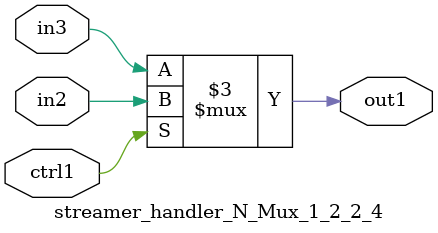
<source format=v>

`timescale 1ps / 1ps


module streamer_handler_N_Mux_1_2_2_4( in3, in2, ctrl1, out1 );

    input in3;
    input in2;
    input ctrl1;
    output out1;
    reg out1;

    
    // rtl_process:streamer_handler_N_Mux_1_2_2_4/streamer_handler_N_Mux_1_2_2_4_thread_1
    always @*
      begin : streamer_handler_N_Mux_1_2_2_4_thread_1
        case (ctrl1) 
          1'b1: 
            begin
              out1 = in2;
            end
          default: 
            begin
              out1 = in3;
            end
        endcase
      end

endmodule



</source>
